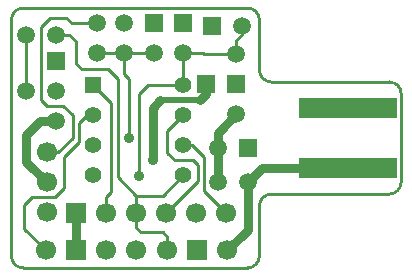
<source format=gtl>
%FSLAX34Y34*%
G04 Gerber Fmt 3.4, Leading zero omitted, Abs format*
G04 (created by PCBNEW (2014-05-21 BZR 4875)-product) date Monday 14 July 2014 12:06:10 PM IST*
%MOIN*%
G01*
G70*
G90*
G04 APERTURE LIST*
%ADD10C,0.005906*%
%ADD11C,0.010000*%
%ADD12R,0.330000X0.070000*%
%ADD13C,0.059055*%
%ADD14R,0.059055X0.059055*%
%ADD15C,0.066929*%
%ADD16R,0.066929X0.066929*%
%ADD17R,0.055118X0.055118*%
%ADD18C,0.055118*%
%ADD19C,0.035000*%
%ADD20C,0.030000*%
%ADD21C,0.020000*%
G04 APERTURE END LIST*
G54D10*
G54D11*
X18405Y-16437D02*
X10925Y-16437D01*
X23523Y-10629D02*
X23523Y-13582D01*
X23129Y-10236D02*
X19192Y-10236D01*
X23129Y-13976D02*
X19192Y-13976D01*
X23129Y-13976D02*
G75*
G03X23523Y-13582I0J393D01*
G74*
G01*
X23523Y-10629D02*
G75*
G03X23129Y-10236I-393J0D01*
G74*
G01*
X10925Y-7775D02*
X18405Y-7775D01*
X10531Y-16043D02*
X10531Y-8169D01*
X10531Y-16043D02*
G75*
G03X10925Y-16437I393J0D01*
G74*
G01*
X10925Y-7775D02*
G75*
G03X10531Y-8169I0J-393D01*
G74*
G01*
X18799Y-9842D02*
X18799Y-8169D01*
X18799Y-16043D02*
X18799Y-14370D01*
X18799Y-8169D02*
G75*
G03X18405Y-7775I-393J0D01*
G74*
G01*
X18799Y-9842D02*
G75*
G03X19192Y-10236I393J0D01*
G74*
G01*
X18405Y-16437D02*
G75*
G03X18799Y-16043I0J393D01*
G74*
G01*
X19192Y-13976D02*
G75*
G03X18799Y-14370I0J-393D01*
G74*
G01*
G54D12*
X21758Y-13106D03*
X21758Y-11106D03*
G54D13*
X15275Y-9271D03*
G54D14*
X15275Y-8287D03*
G54D13*
X16259Y-9271D03*
G54D14*
X16259Y-8287D03*
G54D13*
X17421Y-12440D03*
G54D14*
X18405Y-12440D03*
G54D13*
X18208Y-8385D03*
G54D14*
X17224Y-8385D03*
G54D15*
X11712Y-14582D03*
X11712Y-13582D03*
X11712Y-12582D03*
X17696Y-14606D03*
X16696Y-14606D03*
X15696Y-14606D03*
X14696Y-14606D03*
X13696Y-14606D03*
G54D16*
X12696Y-14606D03*
G54D15*
X14681Y-15846D03*
X13681Y-15846D03*
G54D16*
X12681Y-15846D03*
G54D15*
X15732Y-15846D03*
G54D16*
X16732Y-15846D03*
G54D15*
X17732Y-15846D03*
X11675Y-15850D03*
G54D13*
X13385Y-9271D03*
X13385Y-8287D03*
X11023Y-8661D03*
X12007Y-8661D03*
G54D14*
X17031Y-10314D03*
G54D13*
X18031Y-11314D03*
X18031Y-9314D03*
G54D14*
X18031Y-10314D03*
G54D13*
X11007Y-10531D03*
X12007Y-11531D03*
G54D14*
X12007Y-9531D03*
G54D13*
X12007Y-10531D03*
X18405Y-13582D03*
X17421Y-13582D03*
X14291Y-8287D03*
X14291Y-9271D03*
G54D17*
X13263Y-10350D03*
G54D18*
X13263Y-11350D03*
X13263Y-12350D03*
X13263Y-13350D03*
X16263Y-13350D03*
X16263Y-12350D03*
X16263Y-11350D03*
X16263Y-10350D03*
G54D19*
X14793Y-13366D03*
X14448Y-12096D03*
X15255Y-12854D03*
G54D20*
X17421Y-12440D02*
X17421Y-11925D01*
X17421Y-11925D02*
X18031Y-11314D01*
X17421Y-13582D02*
X17421Y-12440D01*
G54D11*
X18031Y-9314D02*
X16952Y-9314D01*
X16909Y-9271D02*
X16259Y-9271D01*
X16952Y-9314D02*
X16909Y-9271D01*
X14793Y-13366D02*
X14793Y-10629D01*
X14793Y-10629D02*
X15072Y-10350D01*
X15072Y-10350D02*
X16263Y-10350D01*
X16263Y-10350D02*
X16263Y-9728D01*
X16240Y-9704D02*
X16259Y-9271D01*
X16263Y-9728D02*
X16240Y-9704D01*
X18208Y-8385D02*
X18208Y-8661D01*
X18031Y-8838D02*
X18031Y-9314D01*
X18208Y-8661D02*
X18031Y-8838D01*
X16259Y-9271D02*
X16259Y-9370D01*
X11988Y-14084D02*
X11210Y-14084D01*
X10954Y-15129D02*
X11675Y-15850D01*
X10954Y-14340D02*
X10954Y-15129D01*
X11210Y-14084D02*
X10954Y-14340D01*
X11988Y-14084D02*
X12303Y-13769D01*
X12303Y-12736D02*
X12303Y-13769D01*
X12795Y-12244D02*
X12303Y-12736D01*
X12795Y-11614D02*
X12795Y-12244D01*
X13059Y-11350D02*
X12795Y-11614D01*
X13263Y-11350D02*
X13059Y-11350D01*
X16968Y-13877D02*
X16968Y-12755D01*
X16562Y-12350D02*
X16263Y-12350D01*
X16968Y-12755D02*
X16562Y-12350D01*
X16968Y-13877D02*
X17696Y-14606D01*
X14074Y-10137D02*
X14074Y-13413D01*
X14074Y-13413D02*
X14696Y-14035D01*
X13759Y-9822D02*
X12874Y-9822D01*
X14074Y-10137D02*
X13759Y-9822D01*
X12460Y-8661D02*
X12007Y-8661D01*
X12677Y-8877D02*
X12460Y-8661D01*
X12677Y-9625D02*
X12677Y-8877D01*
X12874Y-9822D02*
X12677Y-9625D01*
X14696Y-14035D02*
X15578Y-14035D01*
X15578Y-14035D02*
X16263Y-13350D01*
X14696Y-14606D02*
X14696Y-14035D01*
X14696Y-14606D02*
X14696Y-15090D01*
X15732Y-15407D02*
X15732Y-15846D01*
X15580Y-15255D02*
X15732Y-15407D01*
X14862Y-15255D02*
X15580Y-15255D01*
X14696Y-15090D02*
X14862Y-15255D01*
X14448Y-12096D02*
X14448Y-10147D01*
X14271Y-9970D02*
X14291Y-9271D01*
X14448Y-10147D02*
X14271Y-9970D01*
X14291Y-9271D02*
X15275Y-9271D01*
X13385Y-9271D02*
X14291Y-9271D01*
X13696Y-14606D02*
X13696Y-14059D01*
X13858Y-10944D02*
X13263Y-10350D01*
X13858Y-13897D02*
X13858Y-10944D01*
X13696Y-14059D02*
X13858Y-13897D01*
X15728Y-12608D02*
X15728Y-11885D01*
X15728Y-11885D02*
X16263Y-11350D01*
X16751Y-13551D02*
X16751Y-13011D01*
X15974Y-12854D02*
X15728Y-12608D01*
X16594Y-12854D02*
X15974Y-12854D01*
X16751Y-13011D02*
X16594Y-12854D01*
X16751Y-13551D02*
X15696Y-14606D01*
G54D20*
X17031Y-10314D02*
X17031Y-10645D01*
G54D21*
X16830Y-10846D02*
X15501Y-10846D01*
G54D20*
X15501Y-10846D02*
X15255Y-11092D01*
X15255Y-11092D02*
X15255Y-12854D01*
X17031Y-10645D02*
X16830Y-10846D01*
X12681Y-15846D02*
X12681Y-14622D01*
X12681Y-14622D02*
X12696Y-14606D01*
X18405Y-13582D02*
X18405Y-15173D01*
X18405Y-15173D02*
X17732Y-15846D01*
X20358Y-13106D02*
X18881Y-13106D01*
X18881Y-13106D02*
X18405Y-13582D01*
X11023Y-12893D02*
X11712Y-13582D01*
X11500Y-11531D02*
X12007Y-11531D01*
X11023Y-12007D02*
X11500Y-11531D01*
X11023Y-12893D02*
X11023Y-12007D01*
G54D11*
X13385Y-8287D02*
X12539Y-8287D01*
X12539Y-8287D02*
X12362Y-8110D01*
X12263Y-11023D02*
X12578Y-11338D01*
X11712Y-11023D02*
X12263Y-11023D01*
X11515Y-10826D02*
X11712Y-11023D01*
X11515Y-8405D02*
X11515Y-10826D01*
X11811Y-8110D02*
X11515Y-8405D01*
X12362Y-8110D02*
X11811Y-8110D01*
X11712Y-12582D02*
X12086Y-12582D01*
X12086Y-12582D02*
X12578Y-12090D01*
X12578Y-12090D02*
X12578Y-11338D01*
X11007Y-10531D02*
X11007Y-8677D01*
X11007Y-8677D02*
X11023Y-8661D01*
M02*

</source>
